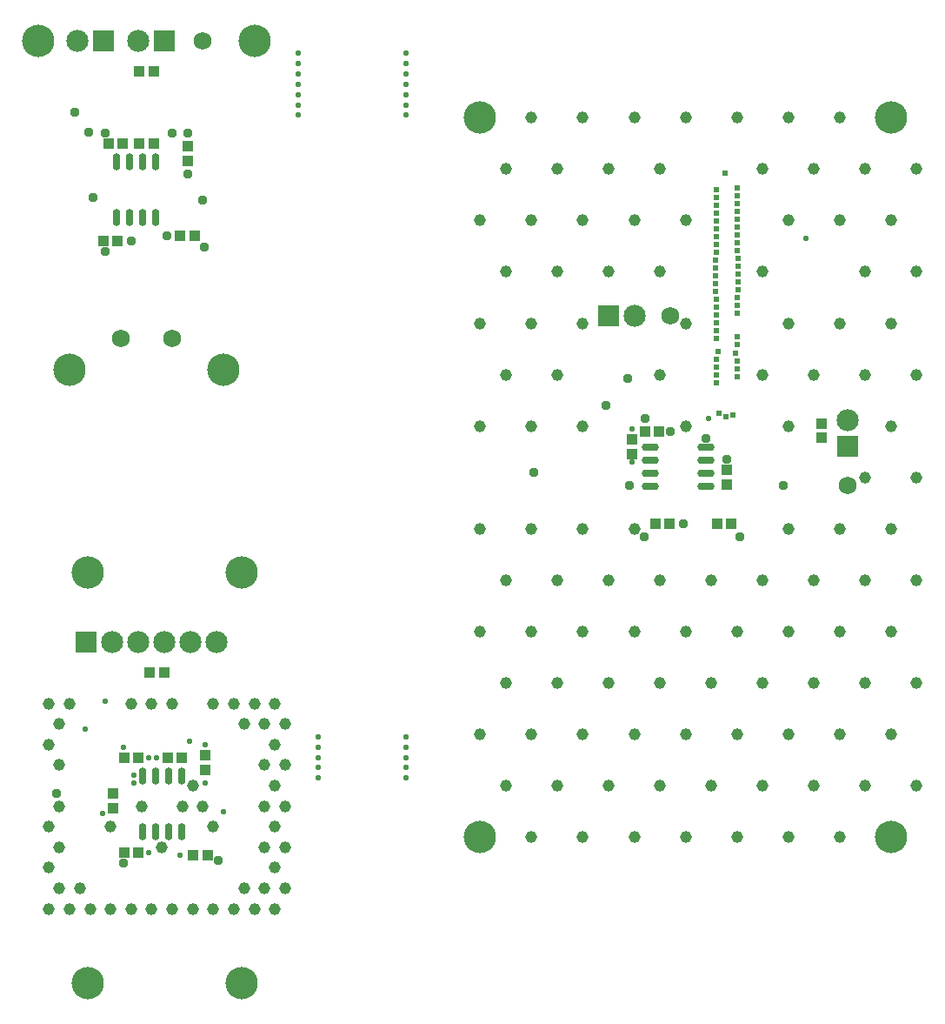
<source format=gbs>
G04 Layer_Color=16711935*
%FSLAX44Y44*%
%MOMM*%
G71*
G01*
G75*
%ADD32R,1.0000X1.0000*%
%ADD37R,1.0000X1.0000*%
%ADD39C,2.1500*%
%ADD40R,2.1500X2.1500*%
%ADD41R,2.1500X2.1500*%
%ADD42C,1.7500*%
%ADD43C,1.1500*%
%ADD44C,0.6100*%
%ADD45C,0.5500*%
%ADD46C,0.9500*%
%ADD47C,3.1500*%
G04:AMPARAMS|DCode=48|XSize=1.7mm|YSize=0.75mm|CornerRadius=0.375mm|HoleSize=0mm|Usage=FLASHONLY|Rotation=270.000|XOffset=0mm|YOffset=0mm|HoleType=Round|Shape=RoundedRectangle|*
%AMROUNDEDRECTD48*
21,1,1.7000,0.0000,0,0,270.0*
21,1,0.9500,0.7500,0,0,270.0*
1,1,0.7500,0.0000,-0.4750*
1,1,0.7500,0.0000,0.4750*
1,1,0.7500,0.0000,0.4750*
1,1,0.7500,0.0000,-0.4750*
%
%ADD48ROUNDEDRECTD48*%
G04:AMPARAMS|DCode=49|XSize=1.7mm|YSize=0.75mm|CornerRadius=0.375mm|HoleSize=0mm|Usage=FLASHONLY|Rotation=180.000|XOffset=0mm|YOffset=0mm|HoleType=Round|Shape=RoundedRectangle|*
%AMROUNDEDRECTD49*
21,1,1.7000,0.0000,0,0,180.0*
21,1,0.9500,0.7500,0,0,180.0*
1,1,0.7500,-0.4750,0.0000*
1,1,0.7500,0.4750,0.0000*
1,1,0.7500,0.4750,0.0000*
1,1,0.7500,-0.4750,0.0000*
%
%ADD49ROUNDEDRECTD49*%
D32*
X75000Y134500D02*
D03*
Y120500D02*
D03*
X165000Y172000D02*
D03*
Y158000D02*
D03*
X580000Y479500D02*
D03*
Y465500D02*
D03*
X147500Y764500D02*
D03*
Y750500D02*
D03*
X672500Y449500D02*
D03*
Y435500D02*
D03*
X765000Y495000D02*
D03*
Y481000D02*
D03*
D37*
X153000Y75000D02*
D03*
X167000D02*
D03*
X663000Y397500D02*
D03*
X677000D02*
D03*
X140500Y677500D02*
D03*
X154500D02*
D03*
X99500Y77500D02*
D03*
X85500D02*
D03*
X99500Y170000D02*
D03*
X85500D02*
D03*
X607000Y487500D02*
D03*
X593000D02*
D03*
X617000Y397500D02*
D03*
X603000D02*
D03*
X84500Y767500D02*
D03*
X70500D02*
D03*
X79500Y672500D02*
D03*
X65500D02*
D03*
X128000Y170000D02*
D03*
X142000D02*
D03*
X110500Y252500D02*
D03*
X124500D02*
D03*
X100500Y837500D02*
D03*
X114500D02*
D03*
X100500Y767500D02*
D03*
X114500D02*
D03*
D39*
X176000Y282500D02*
D03*
X99800D02*
D03*
X74400D02*
D03*
X125200D02*
D03*
X150600D02*
D03*
X790000Y497700D02*
D03*
X582700Y600000D02*
D03*
X99800Y867500D02*
D03*
X39800D02*
D03*
D40*
X49000Y282500D02*
D03*
X557300Y600000D02*
D03*
X125200Y867500D02*
D03*
X65200D02*
D03*
D41*
X790000Y472300D02*
D03*
D42*
X82500Y577500D02*
D03*
X617500Y600000D02*
D03*
X162500Y867500D02*
D03*
X790000Y435000D02*
D03*
X132500Y577500D02*
D03*
D43*
X857500Y742500D02*
D03*
X832500Y692500D02*
D03*
X857500Y642500D02*
D03*
X832500Y592500D02*
D03*
X857500Y542500D02*
D03*
X832500Y492500D02*
D03*
X857500Y442500D02*
D03*
X832500Y392500D02*
D03*
X857500Y342500D02*
D03*
X832500Y292500D02*
D03*
X857500Y242500D02*
D03*
X832500Y192500D02*
D03*
X857500Y142500D02*
D03*
X782500Y792500D02*
D03*
X807500Y742500D02*
D03*
X782500Y692500D02*
D03*
X807500Y642500D02*
D03*
X782500Y592500D02*
D03*
X807500Y542500D02*
D03*
Y442500D02*
D03*
X782500Y392500D02*
D03*
X807500Y342500D02*
D03*
X782500Y292500D02*
D03*
X807500Y242500D02*
D03*
X782500Y192500D02*
D03*
X807500Y142500D02*
D03*
X782500Y92500D02*
D03*
X732500Y792500D02*
D03*
X757500Y742500D02*
D03*
X732500Y692500D02*
D03*
Y592500D02*
D03*
X757500Y542500D02*
D03*
X732500Y492500D02*
D03*
Y392500D02*
D03*
X757500Y342500D02*
D03*
X732500Y292500D02*
D03*
X757500Y242500D02*
D03*
X732500Y192500D02*
D03*
X757500Y142500D02*
D03*
X732500Y92500D02*
D03*
X682500Y792500D02*
D03*
X707500Y742500D02*
D03*
Y642500D02*
D03*
Y542500D02*
D03*
Y342500D02*
D03*
X682500Y292500D02*
D03*
X707500Y242500D02*
D03*
X682500Y192500D02*
D03*
X707500Y142500D02*
D03*
X682500Y92500D02*
D03*
X632500Y792500D02*
D03*
Y692500D02*
D03*
Y592500D02*
D03*
Y492500D02*
D03*
X657500Y342500D02*
D03*
X632500Y292500D02*
D03*
X657500Y242500D02*
D03*
X632500Y192500D02*
D03*
X657500Y142500D02*
D03*
X632500Y92500D02*
D03*
X582500Y792500D02*
D03*
X607500Y742500D02*
D03*
X582500Y692500D02*
D03*
X607500Y642500D02*
D03*
Y542500D02*
D03*
X582500Y392500D02*
D03*
X607500Y342500D02*
D03*
X582500Y292500D02*
D03*
X607500Y242500D02*
D03*
X582500Y192500D02*
D03*
X607500Y142500D02*
D03*
X582500Y92500D02*
D03*
X532500Y792500D02*
D03*
X557500Y742500D02*
D03*
X532500Y692500D02*
D03*
X557500Y642500D02*
D03*
X532500Y592500D02*
D03*
Y492500D02*
D03*
Y392500D02*
D03*
X557500Y342500D02*
D03*
X532500Y292500D02*
D03*
X557500Y242500D02*
D03*
X532500Y192500D02*
D03*
X557500Y142500D02*
D03*
X532500Y92500D02*
D03*
X482500Y792500D02*
D03*
X507500Y742500D02*
D03*
X482500Y692500D02*
D03*
X507500Y642500D02*
D03*
X482500Y592500D02*
D03*
X507500Y542500D02*
D03*
X482500Y492500D02*
D03*
Y392500D02*
D03*
X507500Y342500D02*
D03*
X482500Y292500D02*
D03*
X507500Y242500D02*
D03*
X482500Y192500D02*
D03*
X507500Y142500D02*
D03*
X482500Y92500D02*
D03*
X457500Y742500D02*
D03*
X432500Y692500D02*
D03*
X457500Y642500D02*
D03*
X432500Y592500D02*
D03*
X457500Y542500D02*
D03*
X432500Y492500D02*
D03*
Y392500D02*
D03*
X457500Y342500D02*
D03*
X432500Y292500D02*
D03*
X457500Y242500D02*
D03*
X432500Y192500D02*
D03*
X457500Y142500D02*
D03*
X12500Y22500D02*
D03*
X22500Y42500D02*
D03*
X12500Y62500D02*
D03*
X22500Y82500D02*
D03*
X12500Y102500D02*
D03*
X22500Y122500D02*
D03*
Y162500D02*
D03*
X12500Y182500D02*
D03*
X22500Y202500D02*
D03*
X12500Y222500D02*
D03*
X32500Y22500D02*
D03*
X42500Y42500D02*
D03*
X32500Y222500D02*
D03*
X52500Y22500D02*
D03*
X72500D02*
D03*
Y102500D02*
D03*
X92500Y22500D02*
D03*
X102500Y122500D02*
D03*
X92500Y222500D02*
D03*
X112500Y22500D02*
D03*
X122500Y82500D02*
D03*
X112500Y222500D02*
D03*
X132500Y22500D02*
D03*
X142500Y122500D02*
D03*
X132500Y222500D02*
D03*
X152500Y22500D02*
D03*
X162500Y122500D02*
D03*
X152500Y142500D02*
D03*
X172500Y22500D02*
D03*
Y102500D02*
D03*
Y222500D02*
D03*
X192500Y22500D02*
D03*
X202500Y42500D02*
D03*
Y202500D02*
D03*
X192500Y222500D02*
D03*
X212500Y22500D02*
D03*
X222500Y42500D02*
D03*
Y82500D02*
D03*
Y122500D02*
D03*
Y162500D02*
D03*
Y202500D02*
D03*
X212500Y222500D02*
D03*
X232500Y22500D02*
D03*
X242500Y42500D02*
D03*
X232500Y62500D02*
D03*
X242500Y82500D02*
D03*
X232500Y102500D02*
D03*
X242500Y122500D02*
D03*
X232500Y142500D02*
D03*
X242500Y162500D02*
D03*
X232500Y182500D02*
D03*
X242500Y202500D02*
D03*
X232500Y222500D02*
D03*
D44*
X671364Y738894D02*
D03*
X662508Y722218D02*
D03*
Y714618D02*
D03*
Y707018D02*
D03*
Y699418D02*
D03*
Y691818D02*
D03*
Y684218D02*
D03*
Y676618D02*
D03*
Y669018D02*
D03*
Y661419D02*
D03*
X661337Y653909D02*
D03*
X661256Y646310D02*
D03*
Y638710D02*
D03*
Y631110D02*
D03*
Y623510D02*
D03*
X662508Y616013D02*
D03*
Y608414D02*
D03*
Y600814D02*
D03*
Y593214D02*
D03*
Y585614D02*
D03*
Y578014D02*
D03*
X682492Y572093D02*
D03*
Y579693D02*
D03*
Y602473D02*
D03*
Y610074D02*
D03*
X682732Y617670D02*
D03*
X683744Y625202D02*
D03*
Y632802D02*
D03*
Y640402D02*
D03*
Y648002D02*
D03*
X683230Y655584D02*
D03*
X682492Y663148D02*
D03*
Y670749D02*
D03*
Y678348D02*
D03*
Y685948D02*
D03*
Y693548D02*
D03*
Y701148D02*
D03*
Y708748D02*
D03*
Y716348D02*
D03*
Y723948D02*
D03*
X664302Y564981D02*
D03*
X662508Y557595D02*
D03*
Y549995D02*
D03*
Y542395D02*
D03*
Y534795D02*
D03*
X664647Y504884D02*
D03*
X671388Y501373D02*
D03*
X678713Y503400D02*
D03*
X682492Y540235D02*
D03*
Y547835D02*
D03*
Y555435D02*
D03*
X681501Y562970D02*
D03*
D45*
X655000Y500000D02*
D03*
X750000Y675000D02*
D03*
X580000Y490000D02*
D03*
Y457500D02*
D03*
X110000Y170000D02*
D03*
X117500D02*
D03*
X85000Y180000D02*
D03*
X65000Y115000D02*
D03*
X165000Y182500D02*
D03*
X95000Y152500D02*
D03*
Y145000D02*
D03*
X140000Y75000D02*
D03*
X110000Y77500D02*
D03*
X165000Y145000D02*
D03*
X182500Y117500D02*
D03*
X149000Y185677D02*
D03*
X47500Y197500D02*
D03*
X67500Y225000D02*
D03*
X275000Y190000D02*
D03*
Y180000D02*
D03*
Y170000D02*
D03*
Y160000D02*
D03*
Y150000D02*
D03*
X360000D02*
D03*
Y160000D02*
D03*
Y170000D02*
D03*
Y180000D02*
D03*
Y190000D02*
D03*
Y795000D02*
D03*
Y805000D02*
D03*
Y815000D02*
D03*
Y825000D02*
D03*
Y835000D02*
D03*
Y845000D02*
D03*
Y855000D02*
D03*
X255000Y795000D02*
D03*
Y805000D02*
D03*
Y815000D02*
D03*
Y825000D02*
D03*
Y835000D02*
D03*
Y845000D02*
D03*
Y855000D02*
D03*
D46*
X652500Y480000D02*
D03*
X132500Y777500D02*
D03*
X162500Y712500D02*
D03*
X37500Y797500D02*
D03*
X51500Y778500D02*
D03*
X55500Y714500D02*
D03*
X163500Y666500D02*
D03*
X127500Y677500D02*
D03*
X92500Y672500D02*
D03*
X147500Y777500D02*
D03*
X67500D02*
D03*
Y662500D02*
D03*
X147500Y737500D02*
D03*
X685000Y385000D02*
D03*
X593000Y499500D02*
D03*
X592500Y385000D02*
D03*
X577500Y435000D02*
D03*
X485000Y447500D02*
D03*
X555000Y512500D02*
D03*
X576500Y538500D02*
D03*
X630000Y397500D02*
D03*
X617500Y487500D02*
D03*
X672500Y460000D02*
D03*
X727500Y435000D02*
D03*
X177500Y70000D02*
D03*
X20000Y135000D02*
D03*
X85000Y67500D02*
D03*
D47*
X50000Y-50000D02*
D03*
X200000D02*
D03*
X50000Y350000D02*
D03*
X200000D02*
D03*
X32500Y547500D02*
D03*
X182500D02*
D03*
X2500Y867500D02*
D03*
X212500D02*
D03*
X432500Y92500D02*
D03*
X832500D02*
D03*
X432500Y792500D02*
D03*
X832500D02*
D03*
D48*
X103450Y98000D02*
D03*
X116150D02*
D03*
X128850D02*
D03*
X141550D02*
D03*
Y152000D02*
D03*
X128850D02*
D03*
X116150D02*
D03*
X103450D02*
D03*
X78450Y695500D02*
D03*
X91150D02*
D03*
X103850D02*
D03*
X116550D02*
D03*
Y749500D02*
D03*
X103850D02*
D03*
X91150D02*
D03*
X78450D02*
D03*
D49*
X598000Y471550D02*
D03*
Y458850D02*
D03*
Y446150D02*
D03*
Y433450D02*
D03*
X652000D02*
D03*
Y446150D02*
D03*
Y458850D02*
D03*
Y471550D02*
D03*
M02*

</source>
